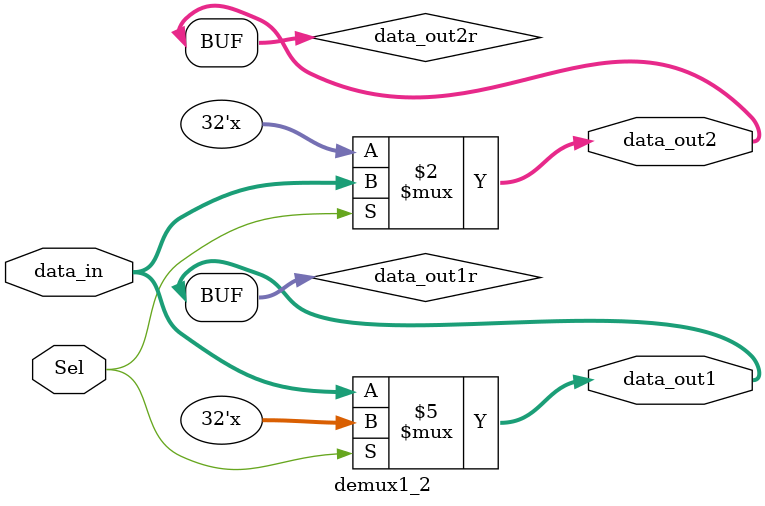
<source format=v>
module demux1_2(data_in, Sel, data_out1, data_out2);
	input[31:0] data_in;
	input Sel;
	output[31:0] data_out1, data_out2;
	
	reg[31:0] data_out1r, data_out2r;
	
	always@(*) begin
		case(Sel)
			1'b0: begin
				data_out1r = data_in;
				data_out2r = 32'bx;
			end

			1'b1: begin
				data_out1r = 32'bx;
				data_out2r = data_in;
			end
		endcase
	end
	
	assign data_out1 = data_out1r;
	assign data_out2 = data_out2r;
	
endmodule

</source>
